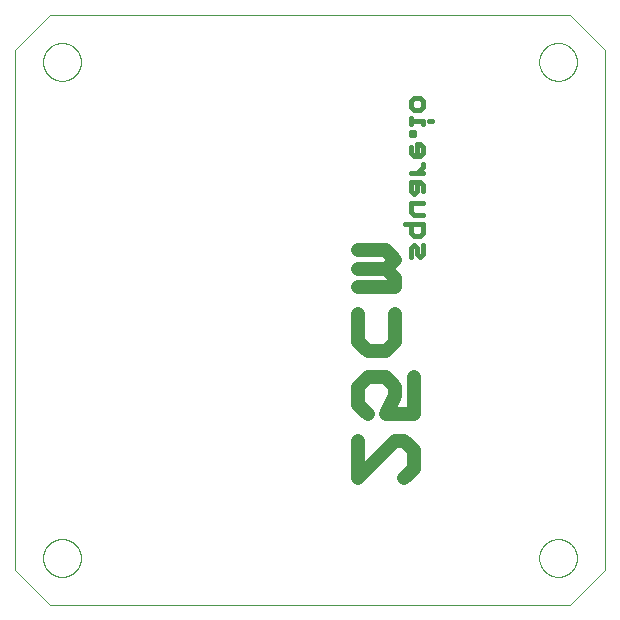
<source format=gbo>
G75*
%MOIN*%
%OFA0B0*%
%FSLAX25Y25*%
%IPPOS*%
%LPD*%
%AMOC8*
5,1,8,0,0,1.08239X$1,22.5*
%
%ADD10C,0.04600*%
%ADD11C,0.01500*%
%ADD12C,0.00000*%
D10*
X0130526Y0063469D02*
X0142803Y0075746D01*
X0145872Y0075746D01*
X0148942Y0072677D01*
X0148942Y0066538D01*
X0145872Y0063469D01*
X0130526Y0063469D02*
X0130526Y0075746D01*
X0133595Y0084647D02*
X0130526Y0087716D01*
X0130526Y0093855D01*
X0133595Y0096924D01*
X0139734Y0096924D01*
X0142803Y0093855D01*
X0142803Y0090786D01*
X0139734Y0084647D01*
X0148942Y0084647D01*
X0148942Y0096924D01*
X0139734Y0105825D02*
X0133595Y0105825D01*
X0130526Y0108894D01*
X0130526Y0118102D01*
X0130526Y0127003D02*
X0142803Y0127003D01*
X0142803Y0130073D01*
X0139734Y0133142D01*
X0142803Y0136211D01*
X0139734Y0139280D01*
X0130526Y0139280D01*
X0130526Y0133142D02*
X0139734Y0133142D01*
X0142803Y0118102D02*
X0142803Y0108894D01*
X0139734Y0105825D01*
D11*
X0148024Y0136933D02*
X0148024Y0139985D01*
X0149042Y0141003D01*
X0150059Y0139985D01*
X0150059Y0137950D01*
X0151077Y0136933D01*
X0152094Y0137950D01*
X0152094Y0141003D01*
X0151077Y0143931D02*
X0149042Y0143931D01*
X0148024Y0144948D01*
X0148024Y0148001D01*
X0145989Y0148001D02*
X0152094Y0148001D01*
X0152094Y0144948D01*
X0151077Y0143931D01*
X0152094Y0150929D02*
X0149042Y0150929D01*
X0148024Y0151946D01*
X0148024Y0154999D01*
X0152094Y0154999D01*
X0149042Y0157927D02*
X0150059Y0158944D01*
X0150059Y0161997D01*
X0151077Y0161997D02*
X0148024Y0161997D01*
X0148024Y0158944D01*
X0149042Y0157927D01*
X0152094Y0158944D02*
X0152094Y0160979D01*
X0151077Y0161997D01*
X0152094Y0164925D02*
X0148024Y0164925D01*
X0150059Y0164925D02*
X0152094Y0166960D01*
X0152094Y0167977D01*
X0151077Y0170756D02*
X0152094Y0171774D01*
X0152094Y0173809D01*
X0151077Y0174827D01*
X0150059Y0174827D01*
X0150059Y0170756D01*
X0149042Y0170756D02*
X0151077Y0170756D01*
X0149042Y0170756D02*
X0148024Y0171774D01*
X0148024Y0173809D01*
X0148024Y0177754D02*
X0148024Y0178772D01*
X0149042Y0178772D01*
X0149042Y0177754D01*
X0148024Y0177754D01*
X0148024Y0181253D02*
X0148024Y0183288D01*
X0148024Y0182271D02*
X0152094Y0182271D01*
X0152094Y0181253D01*
X0154129Y0182271D02*
X0155147Y0182271D01*
X0151077Y0185919D02*
X0152094Y0186936D01*
X0152094Y0188971D01*
X0151077Y0189989D01*
X0149042Y0189989D01*
X0148024Y0188971D01*
X0148024Y0186936D01*
X0149042Y0185919D01*
X0151077Y0185919D01*
D12*
X0016000Y0032811D02*
X0027811Y0021000D01*
X0201039Y0021000D01*
X0212850Y0032811D01*
X0212850Y0206039D01*
X0201039Y0217850D01*
X0027811Y0217850D01*
X0016000Y0206039D01*
X0016000Y0032811D01*
X0025449Y0036748D02*
X0025451Y0036906D01*
X0025457Y0037064D01*
X0025467Y0037222D01*
X0025481Y0037380D01*
X0025499Y0037537D01*
X0025520Y0037694D01*
X0025546Y0037850D01*
X0025576Y0038006D01*
X0025609Y0038161D01*
X0025647Y0038314D01*
X0025688Y0038467D01*
X0025733Y0038619D01*
X0025782Y0038770D01*
X0025835Y0038919D01*
X0025891Y0039067D01*
X0025951Y0039213D01*
X0026015Y0039358D01*
X0026083Y0039501D01*
X0026154Y0039643D01*
X0026228Y0039783D01*
X0026306Y0039920D01*
X0026388Y0040056D01*
X0026472Y0040190D01*
X0026561Y0040321D01*
X0026652Y0040450D01*
X0026747Y0040577D01*
X0026844Y0040702D01*
X0026945Y0040824D01*
X0027049Y0040943D01*
X0027156Y0041060D01*
X0027266Y0041174D01*
X0027379Y0041285D01*
X0027494Y0041394D01*
X0027612Y0041499D01*
X0027733Y0041601D01*
X0027856Y0041701D01*
X0027982Y0041797D01*
X0028110Y0041890D01*
X0028240Y0041980D01*
X0028373Y0042066D01*
X0028508Y0042150D01*
X0028644Y0042229D01*
X0028783Y0042306D01*
X0028924Y0042378D01*
X0029066Y0042448D01*
X0029210Y0042513D01*
X0029356Y0042575D01*
X0029503Y0042633D01*
X0029652Y0042688D01*
X0029802Y0042739D01*
X0029953Y0042786D01*
X0030105Y0042829D01*
X0030258Y0042868D01*
X0030413Y0042904D01*
X0030568Y0042935D01*
X0030724Y0042963D01*
X0030880Y0042987D01*
X0031037Y0043007D01*
X0031195Y0043023D01*
X0031352Y0043035D01*
X0031511Y0043043D01*
X0031669Y0043047D01*
X0031827Y0043047D01*
X0031985Y0043043D01*
X0032144Y0043035D01*
X0032301Y0043023D01*
X0032459Y0043007D01*
X0032616Y0042987D01*
X0032772Y0042963D01*
X0032928Y0042935D01*
X0033083Y0042904D01*
X0033238Y0042868D01*
X0033391Y0042829D01*
X0033543Y0042786D01*
X0033694Y0042739D01*
X0033844Y0042688D01*
X0033993Y0042633D01*
X0034140Y0042575D01*
X0034286Y0042513D01*
X0034430Y0042448D01*
X0034572Y0042378D01*
X0034713Y0042306D01*
X0034852Y0042229D01*
X0034988Y0042150D01*
X0035123Y0042066D01*
X0035256Y0041980D01*
X0035386Y0041890D01*
X0035514Y0041797D01*
X0035640Y0041701D01*
X0035763Y0041601D01*
X0035884Y0041499D01*
X0036002Y0041394D01*
X0036117Y0041285D01*
X0036230Y0041174D01*
X0036340Y0041060D01*
X0036447Y0040943D01*
X0036551Y0040824D01*
X0036652Y0040702D01*
X0036749Y0040577D01*
X0036844Y0040450D01*
X0036935Y0040321D01*
X0037024Y0040190D01*
X0037108Y0040056D01*
X0037190Y0039920D01*
X0037268Y0039783D01*
X0037342Y0039643D01*
X0037413Y0039501D01*
X0037481Y0039358D01*
X0037545Y0039213D01*
X0037605Y0039067D01*
X0037661Y0038919D01*
X0037714Y0038770D01*
X0037763Y0038619D01*
X0037808Y0038467D01*
X0037849Y0038314D01*
X0037887Y0038161D01*
X0037920Y0038006D01*
X0037950Y0037850D01*
X0037976Y0037694D01*
X0037997Y0037537D01*
X0038015Y0037380D01*
X0038029Y0037222D01*
X0038039Y0037064D01*
X0038045Y0036906D01*
X0038047Y0036748D01*
X0038045Y0036590D01*
X0038039Y0036432D01*
X0038029Y0036274D01*
X0038015Y0036116D01*
X0037997Y0035959D01*
X0037976Y0035802D01*
X0037950Y0035646D01*
X0037920Y0035490D01*
X0037887Y0035335D01*
X0037849Y0035182D01*
X0037808Y0035029D01*
X0037763Y0034877D01*
X0037714Y0034726D01*
X0037661Y0034577D01*
X0037605Y0034429D01*
X0037545Y0034283D01*
X0037481Y0034138D01*
X0037413Y0033995D01*
X0037342Y0033853D01*
X0037268Y0033713D01*
X0037190Y0033576D01*
X0037108Y0033440D01*
X0037024Y0033306D01*
X0036935Y0033175D01*
X0036844Y0033046D01*
X0036749Y0032919D01*
X0036652Y0032794D01*
X0036551Y0032672D01*
X0036447Y0032553D01*
X0036340Y0032436D01*
X0036230Y0032322D01*
X0036117Y0032211D01*
X0036002Y0032102D01*
X0035884Y0031997D01*
X0035763Y0031895D01*
X0035640Y0031795D01*
X0035514Y0031699D01*
X0035386Y0031606D01*
X0035256Y0031516D01*
X0035123Y0031430D01*
X0034988Y0031346D01*
X0034852Y0031267D01*
X0034713Y0031190D01*
X0034572Y0031118D01*
X0034430Y0031048D01*
X0034286Y0030983D01*
X0034140Y0030921D01*
X0033993Y0030863D01*
X0033844Y0030808D01*
X0033694Y0030757D01*
X0033543Y0030710D01*
X0033391Y0030667D01*
X0033238Y0030628D01*
X0033083Y0030592D01*
X0032928Y0030561D01*
X0032772Y0030533D01*
X0032616Y0030509D01*
X0032459Y0030489D01*
X0032301Y0030473D01*
X0032144Y0030461D01*
X0031985Y0030453D01*
X0031827Y0030449D01*
X0031669Y0030449D01*
X0031511Y0030453D01*
X0031352Y0030461D01*
X0031195Y0030473D01*
X0031037Y0030489D01*
X0030880Y0030509D01*
X0030724Y0030533D01*
X0030568Y0030561D01*
X0030413Y0030592D01*
X0030258Y0030628D01*
X0030105Y0030667D01*
X0029953Y0030710D01*
X0029802Y0030757D01*
X0029652Y0030808D01*
X0029503Y0030863D01*
X0029356Y0030921D01*
X0029210Y0030983D01*
X0029066Y0031048D01*
X0028924Y0031118D01*
X0028783Y0031190D01*
X0028644Y0031267D01*
X0028508Y0031346D01*
X0028373Y0031430D01*
X0028240Y0031516D01*
X0028110Y0031606D01*
X0027982Y0031699D01*
X0027856Y0031795D01*
X0027733Y0031895D01*
X0027612Y0031997D01*
X0027494Y0032102D01*
X0027379Y0032211D01*
X0027266Y0032322D01*
X0027156Y0032436D01*
X0027049Y0032553D01*
X0026945Y0032672D01*
X0026844Y0032794D01*
X0026747Y0032919D01*
X0026652Y0033046D01*
X0026561Y0033175D01*
X0026472Y0033306D01*
X0026388Y0033440D01*
X0026306Y0033576D01*
X0026228Y0033713D01*
X0026154Y0033853D01*
X0026083Y0033995D01*
X0026015Y0034138D01*
X0025951Y0034283D01*
X0025891Y0034429D01*
X0025835Y0034577D01*
X0025782Y0034726D01*
X0025733Y0034877D01*
X0025688Y0035029D01*
X0025647Y0035182D01*
X0025609Y0035335D01*
X0025576Y0035490D01*
X0025546Y0035646D01*
X0025520Y0035802D01*
X0025499Y0035959D01*
X0025481Y0036116D01*
X0025467Y0036274D01*
X0025457Y0036432D01*
X0025451Y0036590D01*
X0025449Y0036748D01*
X0190803Y0036748D02*
X0190805Y0036906D01*
X0190811Y0037064D01*
X0190821Y0037222D01*
X0190835Y0037380D01*
X0190853Y0037537D01*
X0190874Y0037694D01*
X0190900Y0037850D01*
X0190930Y0038006D01*
X0190963Y0038161D01*
X0191001Y0038314D01*
X0191042Y0038467D01*
X0191087Y0038619D01*
X0191136Y0038770D01*
X0191189Y0038919D01*
X0191245Y0039067D01*
X0191305Y0039213D01*
X0191369Y0039358D01*
X0191437Y0039501D01*
X0191508Y0039643D01*
X0191582Y0039783D01*
X0191660Y0039920D01*
X0191742Y0040056D01*
X0191826Y0040190D01*
X0191915Y0040321D01*
X0192006Y0040450D01*
X0192101Y0040577D01*
X0192198Y0040702D01*
X0192299Y0040824D01*
X0192403Y0040943D01*
X0192510Y0041060D01*
X0192620Y0041174D01*
X0192733Y0041285D01*
X0192848Y0041394D01*
X0192966Y0041499D01*
X0193087Y0041601D01*
X0193210Y0041701D01*
X0193336Y0041797D01*
X0193464Y0041890D01*
X0193594Y0041980D01*
X0193727Y0042066D01*
X0193862Y0042150D01*
X0193998Y0042229D01*
X0194137Y0042306D01*
X0194278Y0042378D01*
X0194420Y0042448D01*
X0194564Y0042513D01*
X0194710Y0042575D01*
X0194857Y0042633D01*
X0195006Y0042688D01*
X0195156Y0042739D01*
X0195307Y0042786D01*
X0195459Y0042829D01*
X0195612Y0042868D01*
X0195767Y0042904D01*
X0195922Y0042935D01*
X0196078Y0042963D01*
X0196234Y0042987D01*
X0196391Y0043007D01*
X0196549Y0043023D01*
X0196706Y0043035D01*
X0196865Y0043043D01*
X0197023Y0043047D01*
X0197181Y0043047D01*
X0197339Y0043043D01*
X0197498Y0043035D01*
X0197655Y0043023D01*
X0197813Y0043007D01*
X0197970Y0042987D01*
X0198126Y0042963D01*
X0198282Y0042935D01*
X0198437Y0042904D01*
X0198592Y0042868D01*
X0198745Y0042829D01*
X0198897Y0042786D01*
X0199048Y0042739D01*
X0199198Y0042688D01*
X0199347Y0042633D01*
X0199494Y0042575D01*
X0199640Y0042513D01*
X0199784Y0042448D01*
X0199926Y0042378D01*
X0200067Y0042306D01*
X0200206Y0042229D01*
X0200342Y0042150D01*
X0200477Y0042066D01*
X0200610Y0041980D01*
X0200740Y0041890D01*
X0200868Y0041797D01*
X0200994Y0041701D01*
X0201117Y0041601D01*
X0201238Y0041499D01*
X0201356Y0041394D01*
X0201471Y0041285D01*
X0201584Y0041174D01*
X0201694Y0041060D01*
X0201801Y0040943D01*
X0201905Y0040824D01*
X0202006Y0040702D01*
X0202103Y0040577D01*
X0202198Y0040450D01*
X0202289Y0040321D01*
X0202378Y0040190D01*
X0202462Y0040056D01*
X0202544Y0039920D01*
X0202622Y0039783D01*
X0202696Y0039643D01*
X0202767Y0039501D01*
X0202835Y0039358D01*
X0202899Y0039213D01*
X0202959Y0039067D01*
X0203015Y0038919D01*
X0203068Y0038770D01*
X0203117Y0038619D01*
X0203162Y0038467D01*
X0203203Y0038314D01*
X0203241Y0038161D01*
X0203274Y0038006D01*
X0203304Y0037850D01*
X0203330Y0037694D01*
X0203351Y0037537D01*
X0203369Y0037380D01*
X0203383Y0037222D01*
X0203393Y0037064D01*
X0203399Y0036906D01*
X0203401Y0036748D01*
X0203399Y0036590D01*
X0203393Y0036432D01*
X0203383Y0036274D01*
X0203369Y0036116D01*
X0203351Y0035959D01*
X0203330Y0035802D01*
X0203304Y0035646D01*
X0203274Y0035490D01*
X0203241Y0035335D01*
X0203203Y0035182D01*
X0203162Y0035029D01*
X0203117Y0034877D01*
X0203068Y0034726D01*
X0203015Y0034577D01*
X0202959Y0034429D01*
X0202899Y0034283D01*
X0202835Y0034138D01*
X0202767Y0033995D01*
X0202696Y0033853D01*
X0202622Y0033713D01*
X0202544Y0033576D01*
X0202462Y0033440D01*
X0202378Y0033306D01*
X0202289Y0033175D01*
X0202198Y0033046D01*
X0202103Y0032919D01*
X0202006Y0032794D01*
X0201905Y0032672D01*
X0201801Y0032553D01*
X0201694Y0032436D01*
X0201584Y0032322D01*
X0201471Y0032211D01*
X0201356Y0032102D01*
X0201238Y0031997D01*
X0201117Y0031895D01*
X0200994Y0031795D01*
X0200868Y0031699D01*
X0200740Y0031606D01*
X0200610Y0031516D01*
X0200477Y0031430D01*
X0200342Y0031346D01*
X0200206Y0031267D01*
X0200067Y0031190D01*
X0199926Y0031118D01*
X0199784Y0031048D01*
X0199640Y0030983D01*
X0199494Y0030921D01*
X0199347Y0030863D01*
X0199198Y0030808D01*
X0199048Y0030757D01*
X0198897Y0030710D01*
X0198745Y0030667D01*
X0198592Y0030628D01*
X0198437Y0030592D01*
X0198282Y0030561D01*
X0198126Y0030533D01*
X0197970Y0030509D01*
X0197813Y0030489D01*
X0197655Y0030473D01*
X0197498Y0030461D01*
X0197339Y0030453D01*
X0197181Y0030449D01*
X0197023Y0030449D01*
X0196865Y0030453D01*
X0196706Y0030461D01*
X0196549Y0030473D01*
X0196391Y0030489D01*
X0196234Y0030509D01*
X0196078Y0030533D01*
X0195922Y0030561D01*
X0195767Y0030592D01*
X0195612Y0030628D01*
X0195459Y0030667D01*
X0195307Y0030710D01*
X0195156Y0030757D01*
X0195006Y0030808D01*
X0194857Y0030863D01*
X0194710Y0030921D01*
X0194564Y0030983D01*
X0194420Y0031048D01*
X0194278Y0031118D01*
X0194137Y0031190D01*
X0193998Y0031267D01*
X0193862Y0031346D01*
X0193727Y0031430D01*
X0193594Y0031516D01*
X0193464Y0031606D01*
X0193336Y0031699D01*
X0193210Y0031795D01*
X0193087Y0031895D01*
X0192966Y0031997D01*
X0192848Y0032102D01*
X0192733Y0032211D01*
X0192620Y0032322D01*
X0192510Y0032436D01*
X0192403Y0032553D01*
X0192299Y0032672D01*
X0192198Y0032794D01*
X0192101Y0032919D01*
X0192006Y0033046D01*
X0191915Y0033175D01*
X0191826Y0033306D01*
X0191742Y0033440D01*
X0191660Y0033576D01*
X0191582Y0033713D01*
X0191508Y0033853D01*
X0191437Y0033995D01*
X0191369Y0034138D01*
X0191305Y0034283D01*
X0191245Y0034429D01*
X0191189Y0034577D01*
X0191136Y0034726D01*
X0191087Y0034877D01*
X0191042Y0035029D01*
X0191001Y0035182D01*
X0190963Y0035335D01*
X0190930Y0035490D01*
X0190900Y0035646D01*
X0190874Y0035802D01*
X0190853Y0035959D01*
X0190835Y0036116D01*
X0190821Y0036274D01*
X0190811Y0036432D01*
X0190805Y0036590D01*
X0190803Y0036748D01*
X0190803Y0202102D02*
X0190805Y0202260D01*
X0190811Y0202418D01*
X0190821Y0202576D01*
X0190835Y0202734D01*
X0190853Y0202891D01*
X0190874Y0203048D01*
X0190900Y0203204D01*
X0190930Y0203360D01*
X0190963Y0203515D01*
X0191001Y0203668D01*
X0191042Y0203821D01*
X0191087Y0203973D01*
X0191136Y0204124D01*
X0191189Y0204273D01*
X0191245Y0204421D01*
X0191305Y0204567D01*
X0191369Y0204712D01*
X0191437Y0204855D01*
X0191508Y0204997D01*
X0191582Y0205137D01*
X0191660Y0205274D01*
X0191742Y0205410D01*
X0191826Y0205544D01*
X0191915Y0205675D01*
X0192006Y0205804D01*
X0192101Y0205931D01*
X0192198Y0206056D01*
X0192299Y0206178D01*
X0192403Y0206297D01*
X0192510Y0206414D01*
X0192620Y0206528D01*
X0192733Y0206639D01*
X0192848Y0206748D01*
X0192966Y0206853D01*
X0193087Y0206955D01*
X0193210Y0207055D01*
X0193336Y0207151D01*
X0193464Y0207244D01*
X0193594Y0207334D01*
X0193727Y0207420D01*
X0193862Y0207504D01*
X0193998Y0207583D01*
X0194137Y0207660D01*
X0194278Y0207732D01*
X0194420Y0207802D01*
X0194564Y0207867D01*
X0194710Y0207929D01*
X0194857Y0207987D01*
X0195006Y0208042D01*
X0195156Y0208093D01*
X0195307Y0208140D01*
X0195459Y0208183D01*
X0195612Y0208222D01*
X0195767Y0208258D01*
X0195922Y0208289D01*
X0196078Y0208317D01*
X0196234Y0208341D01*
X0196391Y0208361D01*
X0196549Y0208377D01*
X0196706Y0208389D01*
X0196865Y0208397D01*
X0197023Y0208401D01*
X0197181Y0208401D01*
X0197339Y0208397D01*
X0197498Y0208389D01*
X0197655Y0208377D01*
X0197813Y0208361D01*
X0197970Y0208341D01*
X0198126Y0208317D01*
X0198282Y0208289D01*
X0198437Y0208258D01*
X0198592Y0208222D01*
X0198745Y0208183D01*
X0198897Y0208140D01*
X0199048Y0208093D01*
X0199198Y0208042D01*
X0199347Y0207987D01*
X0199494Y0207929D01*
X0199640Y0207867D01*
X0199784Y0207802D01*
X0199926Y0207732D01*
X0200067Y0207660D01*
X0200206Y0207583D01*
X0200342Y0207504D01*
X0200477Y0207420D01*
X0200610Y0207334D01*
X0200740Y0207244D01*
X0200868Y0207151D01*
X0200994Y0207055D01*
X0201117Y0206955D01*
X0201238Y0206853D01*
X0201356Y0206748D01*
X0201471Y0206639D01*
X0201584Y0206528D01*
X0201694Y0206414D01*
X0201801Y0206297D01*
X0201905Y0206178D01*
X0202006Y0206056D01*
X0202103Y0205931D01*
X0202198Y0205804D01*
X0202289Y0205675D01*
X0202378Y0205544D01*
X0202462Y0205410D01*
X0202544Y0205274D01*
X0202622Y0205137D01*
X0202696Y0204997D01*
X0202767Y0204855D01*
X0202835Y0204712D01*
X0202899Y0204567D01*
X0202959Y0204421D01*
X0203015Y0204273D01*
X0203068Y0204124D01*
X0203117Y0203973D01*
X0203162Y0203821D01*
X0203203Y0203668D01*
X0203241Y0203515D01*
X0203274Y0203360D01*
X0203304Y0203204D01*
X0203330Y0203048D01*
X0203351Y0202891D01*
X0203369Y0202734D01*
X0203383Y0202576D01*
X0203393Y0202418D01*
X0203399Y0202260D01*
X0203401Y0202102D01*
X0203399Y0201944D01*
X0203393Y0201786D01*
X0203383Y0201628D01*
X0203369Y0201470D01*
X0203351Y0201313D01*
X0203330Y0201156D01*
X0203304Y0201000D01*
X0203274Y0200844D01*
X0203241Y0200689D01*
X0203203Y0200536D01*
X0203162Y0200383D01*
X0203117Y0200231D01*
X0203068Y0200080D01*
X0203015Y0199931D01*
X0202959Y0199783D01*
X0202899Y0199637D01*
X0202835Y0199492D01*
X0202767Y0199349D01*
X0202696Y0199207D01*
X0202622Y0199067D01*
X0202544Y0198930D01*
X0202462Y0198794D01*
X0202378Y0198660D01*
X0202289Y0198529D01*
X0202198Y0198400D01*
X0202103Y0198273D01*
X0202006Y0198148D01*
X0201905Y0198026D01*
X0201801Y0197907D01*
X0201694Y0197790D01*
X0201584Y0197676D01*
X0201471Y0197565D01*
X0201356Y0197456D01*
X0201238Y0197351D01*
X0201117Y0197249D01*
X0200994Y0197149D01*
X0200868Y0197053D01*
X0200740Y0196960D01*
X0200610Y0196870D01*
X0200477Y0196784D01*
X0200342Y0196700D01*
X0200206Y0196621D01*
X0200067Y0196544D01*
X0199926Y0196472D01*
X0199784Y0196402D01*
X0199640Y0196337D01*
X0199494Y0196275D01*
X0199347Y0196217D01*
X0199198Y0196162D01*
X0199048Y0196111D01*
X0198897Y0196064D01*
X0198745Y0196021D01*
X0198592Y0195982D01*
X0198437Y0195946D01*
X0198282Y0195915D01*
X0198126Y0195887D01*
X0197970Y0195863D01*
X0197813Y0195843D01*
X0197655Y0195827D01*
X0197498Y0195815D01*
X0197339Y0195807D01*
X0197181Y0195803D01*
X0197023Y0195803D01*
X0196865Y0195807D01*
X0196706Y0195815D01*
X0196549Y0195827D01*
X0196391Y0195843D01*
X0196234Y0195863D01*
X0196078Y0195887D01*
X0195922Y0195915D01*
X0195767Y0195946D01*
X0195612Y0195982D01*
X0195459Y0196021D01*
X0195307Y0196064D01*
X0195156Y0196111D01*
X0195006Y0196162D01*
X0194857Y0196217D01*
X0194710Y0196275D01*
X0194564Y0196337D01*
X0194420Y0196402D01*
X0194278Y0196472D01*
X0194137Y0196544D01*
X0193998Y0196621D01*
X0193862Y0196700D01*
X0193727Y0196784D01*
X0193594Y0196870D01*
X0193464Y0196960D01*
X0193336Y0197053D01*
X0193210Y0197149D01*
X0193087Y0197249D01*
X0192966Y0197351D01*
X0192848Y0197456D01*
X0192733Y0197565D01*
X0192620Y0197676D01*
X0192510Y0197790D01*
X0192403Y0197907D01*
X0192299Y0198026D01*
X0192198Y0198148D01*
X0192101Y0198273D01*
X0192006Y0198400D01*
X0191915Y0198529D01*
X0191826Y0198660D01*
X0191742Y0198794D01*
X0191660Y0198930D01*
X0191582Y0199067D01*
X0191508Y0199207D01*
X0191437Y0199349D01*
X0191369Y0199492D01*
X0191305Y0199637D01*
X0191245Y0199783D01*
X0191189Y0199931D01*
X0191136Y0200080D01*
X0191087Y0200231D01*
X0191042Y0200383D01*
X0191001Y0200536D01*
X0190963Y0200689D01*
X0190930Y0200844D01*
X0190900Y0201000D01*
X0190874Y0201156D01*
X0190853Y0201313D01*
X0190835Y0201470D01*
X0190821Y0201628D01*
X0190811Y0201786D01*
X0190805Y0201944D01*
X0190803Y0202102D01*
X0025449Y0202102D02*
X0025451Y0202260D01*
X0025457Y0202418D01*
X0025467Y0202576D01*
X0025481Y0202734D01*
X0025499Y0202891D01*
X0025520Y0203048D01*
X0025546Y0203204D01*
X0025576Y0203360D01*
X0025609Y0203515D01*
X0025647Y0203668D01*
X0025688Y0203821D01*
X0025733Y0203973D01*
X0025782Y0204124D01*
X0025835Y0204273D01*
X0025891Y0204421D01*
X0025951Y0204567D01*
X0026015Y0204712D01*
X0026083Y0204855D01*
X0026154Y0204997D01*
X0026228Y0205137D01*
X0026306Y0205274D01*
X0026388Y0205410D01*
X0026472Y0205544D01*
X0026561Y0205675D01*
X0026652Y0205804D01*
X0026747Y0205931D01*
X0026844Y0206056D01*
X0026945Y0206178D01*
X0027049Y0206297D01*
X0027156Y0206414D01*
X0027266Y0206528D01*
X0027379Y0206639D01*
X0027494Y0206748D01*
X0027612Y0206853D01*
X0027733Y0206955D01*
X0027856Y0207055D01*
X0027982Y0207151D01*
X0028110Y0207244D01*
X0028240Y0207334D01*
X0028373Y0207420D01*
X0028508Y0207504D01*
X0028644Y0207583D01*
X0028783Y0207660D01*
X0028924Y0207732D01*
X0029066Y0207802D01*
X0029210Y0207867D01*
X0029356Y0207929D01*
X0029503Y0207987D01*
X0029652Y0208042D01*
X0029802Y0208093D01*
X0029953Y0208140D01*
X0030105Y0208183D01*
X0030258Y0208222D01*
X0030413Y0208258D01*
X0030568Y0208289D01*
X0030724Y0208317D01*
X0030880Y0208341D01*
X0031037Y0208361D01*
X0031195Y0208377D01*
X0031352Y0208389D01*
X0031511Y0208397D01*
X0031669Y0208401D01*
X0031827Y0208401D01*
X0031985Y0208397D01*
X0032144Y0208389D01*
X0032301Y0208377D01*
X0032459Y0208361D01*
X0032616Y0208341D01*
X0032772Y0208317D01*
X0032928Y0208289D01*
X0033083Y0208258D01*
X0033238Y0208222D01*
X0033391Y0208183D01*
X0033543Y0208140D01*
X0033694Y0208093D01*
X0033844Y0208042D01*
X0033993Y0207987D01*
X0034140Y0207929D01*
X0034286Y0207867D01*
X0034430Y0207802D01*
X0034572Y0207732D01*
X0034713Y0207660D01*
X0034852Y0207583D01*
X0034988Y0207504D01*
X0035123Y0207420D01*
X0035256Y0207334D01*
X0035386Y0207244D01*
X0035514Y0207151D01*
X0035640Y0207055D01*
X0035763Y0206955D01*
X0035884Y0206853D01*
X0036002Y0206748D01*
X0036117Y0206639D01*
X0036230Y0206528D01*
X0036340Y0206414D01*
X0036447Y0206297D01*
X0036551Y0206178D01*
X0036652Y0206056D01*
X0036749Y0205931D01*
X0036844Y0205804D01*
X0036935Y0205675D01*
X0037024Y0205544D01*
X0037108Y0205410D01*
X0037190Y0205274D01*
X0037268Y0205137D01*
X0037342Y0204997D01*
X0037413Y0204855D01*
X0037481Y0204712D01*
X0037545Y0204567D01*
X0037605Y0204421D01*
X0037661Y0204273D01*
X0037714Y0204124D01*
X0037763Y0203973D01*
X0037808Y0203821D01*
X0037849Y0203668D01*
X0037887Y0203515D01*
X0037920Y0203360D01*
X0037950Y0203204D01*
X0037976Y0203048D01*
X0037997Y0202891D01*
X0038015Y0202734D01*
X0038029Y0202576D01*
X0038039Y0202418D01*
X0038045Y0202260D01*
X0038047Y0202102D01*
X0038045Y0201944D01*
X0038039Y0201786D01*
X0038029Y0201628D01*
X0038015Y0201470D01*
X0037997Y0201313D01*
X0037976Y0201156D01*
X0037950Y0201000D01*
X0037920Y0200844D01*
X0037887Y0200689D01*
X0037849Y0200536D01*
X0037808Y0200383D01*
X0037763Y0200231D01*
X0037714Y0200080D01*
X0037661Y0199931D01*
X0037605Y0199783D01*
X0037545Y0199637D01*
X0037481Y0199492D01*
X0037413Y0199349D01*
X0037342Y0199207D01*
X0037268Y0199067D01*
X0037190Y0198930D01*
X0037108Y0198794D01*
X0037024Y0198660D01*
X0036935Y0198529D01*
X0036844Y0198400D01*
X0036749Y0198273D01*
X0036652Y0198148D01*
X0036551Y0198026D01*
X0036447Y0197907D01*
X0036340Y0197790D01*
X0036230Y0197676D01*
X0036117Y0197565D01*
X0036002Y0197456D01*
X0035884Y0197351D01*
X0035763Y0197249D01*
X0035640Y0197149D01*
X0035514Y0197053D01*
X0035386Y0196960D01*
X0035256Y0196870D01*
X0035123Y0196784D01*
X0034988Y0196700D01*
X0034852Y0196621D01*
X0034713Y0196544D01*
X0034572Y0196472D01*
X0034430Y0196402D01*
X0034286Y0196337D01*
X0034140Y0196275D01*
X0033993Y0196217D01*
X0033844Y0196162D01*
X0033694Y0196111D01*
X0033543Y0196064D01*
X0033391Y0196021D01*
X0033238Y0195982D01*
X0033083Y0195946D01*
X0032928Y0195915D01*
X0032772Y0195887D01*
X0032616Y0195863D01*
X0032459Y0195843D01*
X0032301Y0195827D01*
X0032144Y0195815D01*
X0031985Y0195807D01*
X0031827Y0195803D01*
X0031669Y0195803D01*
X0031511Y0195807D01*
X0031352Y0195815D01*
X0031195Y0195827D01*
X0031037Y0195843D01*
X0030880Y0195863D01*
X0030724Y0195887D01*
X0030568Y0195915D01*
X0030413Y0195946D01*
X0030258Y0195982D01*
X0030105Y0196021D01*
X0029953Y0196064D01*
X0029802Y0196111D01*
X0029652Y0196162D01*
X0029503Y0196217D01*
X0029356Y0196275D01*
X0029210Y0196337D01*
X0029066Y0196402D01*
X0028924Y0196472D01*
X0028783Y0196544D01*
X0028644Y0196621D01*
X0028508Y0196700D01*
X0028373Y0196784D01*
X0028240Y0196870D01*
X0028110Y0196960D01*
X0027982Y0197053D01*
X0027856Y0197149D01*
X0027733Y0197249D01*
X0027612Y0197351D01*
X0027494Y0197456D01*
X0027379Y0197565D01*
X0027266Y0197676D01*
X0027156Y0197790D01*
X0027049Y0197907D01*
X0026945Y0198026D01*
X0026844Y0198148D01*
X0026747Y0198273D01*
X0026652Y0198400D01*
X0026561Y0198529D01*
X0026472Y0198660D01*
X0026388Y0198794D01*
X0026306Y0198930D01*
X0026228Y0199067D01*
X0026154Y0199207D01*
X0026083Y0199349D01*
X0026015Y0199492D01*
X0025951Y0199637D01*
X0025891Y0199783D01*
X0025835Y0199931D01*
X0025782Y0200080D01*
X0025733Y0200231D01*
X0025688Y0200383D01*
X0025647Y0200536D01*
X0025609Y0200689D01*
X0025576Y0200844D01*
X0025546Y0201000D01*
X0025520Y0201156D01*
X0025499Y0201313D01*
X0025481Y0201470D01*
X0025467Y0201628D01*
X0025457Y0201786D01*
X0025451Y0201944D01*
X0025449Y0202102D01*
M02*

</source>
